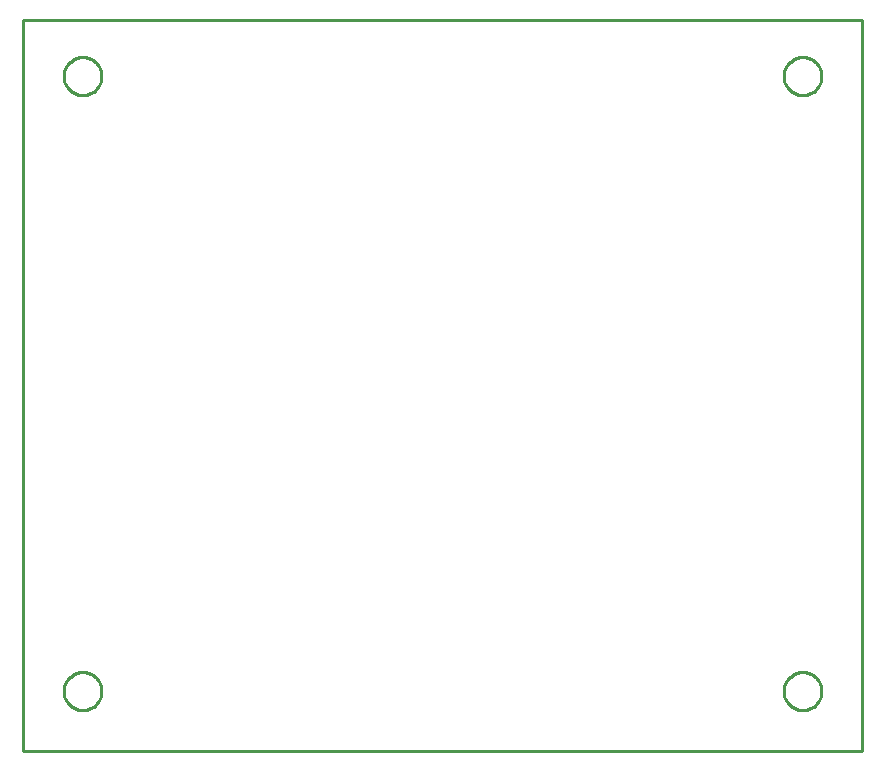
<source format=gbr>
G04 EAGLE Gerber RS-274X export*
G75*
%MOMM*%
%FSLAX34Y34*%
%LPD*%
%IN*%
%IPPOS*%
%AMOC8*
5,1,8,0,0,1.08239X$1,22.5*%
G01*
%ADD10C,0.254000*%


D10*
X-25400Y393700D02*
X685600Y393700D01*
X685600Y1012700D01*
X-25400Y1012700D01*
X-25400Y393700D01*
X41400Y443976D02*
X41332Y442931D01*
X41195Y441892D01*
X40990Y440865D01*
X40719Y439853D01*
X40383Y438861D01*
X39982Y437893D01*
X39518Y436954D01*
X38995Y436046D01*
X38413Y435175D01*
X37775Y434344D01*
X37084Y433557D01*
X36343Y432816D01*
X35556Y432125D01*
X34725Y431488D01*
X33854Y430906D01*
X32946Y430382D01*
X32007Y429918D01*
X31039Y429517D01*
X30047Y429181D01*
X29035Y428910D01*
X28008Y428705D01*
X26969Y428569D01*
X25924Y428500D01*
X24876Y428500D01*
X23831Y428569D01*
X22792Y428705D01*
X21765Y428910D01*
X20753Y429181D01*
X19761Y429517D01*
X18793Y429918D01*
X17854Y430382D01*
X16946Y430906D01*
X16075Y431488D01*
X15244Y432125D01*
X14457Y432816D01*
X13716Y433557D01*
X13025Y434344D01*
X12388Y435175D01*
X11806Y436046D01*
X11282Y436954D01*
X10818Y437893D01*
X10417Y438861D01*
X10081Y439853D01*
X9810Y440865D01*
X9605Y441892D01*
X9469Y442931D01*
X9400Y443976D01*
X9400Y445024D01*
X9469Y446069D01*
X9605Y447108D01*
X9810Y448135D01*
X10081Y449147D01*
X10417Y450139D01*
X10818Y451107D01*
X11282Y452046D01*
X11806Y452954D01*
X12388Y453825D01*
X13025Y454656D01*
X13716Y455443D01*
X14457Y456184D01*
X15244Y456875D01*
X16075Y457513D01*
X16946Y458095D01*
X17854Y458618D01*
X18793Y459082D01*
X19761Y459483D01*
X20753Y459819D01*
X21765Y460090D01*
X22792Y460295D01*
X23831Y460432D01*
X24876Y460500D01*
X25924Y460500D01*
X26969Y460432D01*
X28008Y460295D01*
X29035Y460090D01*
X30047Y459819D01*
X31039Y459483D01*
X32007Y459082D01*
X32946Y458618D01*
X33854Y458095D01*
X34725Y457513D01*
X35556Y456875D01*
X36343Y456184D01*
X37084Y455443D01*
X37775Y454656D01*
X38413Y453825D01*
X38995Y452954D01*
X39518Y452046D01*
X39982Y451107D01*
X40383Y450139D01*
X40719Y449147D01*
X40990Y448135D01*
X41195Y447108D01*
X41332Y446069D01*
X41400Y445024D01*
X41400Y443976D01*
X651000Y964676D02*
X650932Y963631D01*
X650795Y962592D01*
X650590Y961565D01*
X650319Y960553D01*
X649983Y959561D01*
X649582Y958593D01*
X649118Y957654D01*
X648595Y956746D01*
X648013Y955875D01*
X647375Y955044D01*
X646684Y954257D01*
X645943Y953516D01*
X645156Y952825D01*
X644325Y952188D01*
X643454Y951606D01*
X642546Y951082D01*
X641607Y950618D01*
X640639Y950217D01*
X639647Y949881D01*
X638635Y949610D01*
X637608Y949405D01*
X636569Y949269D01*
X635524Y949200D01*
X634476Y949200D01*
X633431Y949269D01*
X632392Y949405D01*
X631365Y949610D01*
X630353Y949881D01*
X629361Y950217D01*
X628393Y950618D01*
X627454Y951082D01*
X626546Y951606D01*
X625675Y952188D01*
X624844Y952825D01*
X624057Y953516D01*
X623316Y954257D01*
X622625Y955044D01*
X621988Y955875D01*
X621406Y956746D01*
X620882Y957654D01*
X620418Y958593D01*
X620017Y959561D01*
X619681Y960553D01*
X619410Y961565D01*
X619205Y962592D01*
X619069Y963631D01*
X619000Y964676D01*
X619000Y965724D01*
X619069Y966769D01*
X619205Y967808D01*
X619410Y968835D01*
X619681Y969847D01*
X620017Y970839D01*
X620418Y971807D01*
X620882Y972746D01*
X621406Y973654D01*
X621988Y974525D01*
X622625Y975356D01*
X623316Y976143D01*
X624057Y976884D01*
X624844Y977575D01*
X625675Y978213D01*
X626546Y978795D01*
X627454Y979318D01*
X628393Y979782D01*
X629361Y980183D01*
X630353Y980519D01*
X631365Y980790D01*
X632392Y980995D01*
X633431Y981132D01*
X634476Y981200D01*
X635524Y981200D01*
X636569Y981132D01*
X637608Y980995D01*
X638635Y980790D01*
X639647Y980519D01*
X640639Y980183D01*
X641607Y979782D01*
X642546Y979318D01*
X643454Y978795D01*
X644325Y978213D01*
X645156Y977575D01*
X645943Y976884D01*
X646684Y976143D01*
X647375Y975356D01*
X648013Y974525D01*
X648595Y973654D01*
X649118Y972746D01*
X649582Y971807D01*
X649983Y970839D01*
X650319Y969847D01*
X650590Y968835D01*
X650795Y967808D01*
X650932Y966769D01*
X651000Y965724D01*
X651000Y964676D01*
X651000Y443976D02*
X650932Y442931D01*
X650795Y441892D01*
X650590Y440865D01*
X650319Y439853D01*
X649983Y438861D01*
X649582Y437893D01*
X649118Y436954D01*
X648595Y436046D01*
X648013Y435175D01*
X647375Y434344D01*
X646684Y433557D01*
X645943Y432816D01*
X645156Y432125D01*
X644325Y431488D01*
X643454Y430906D01*
X642546Y430382D01*
X641607Y429918D01*
X640639Y429517D01*
X639647Y429181D01*
X638635Y428910D01*
X637608Y428705D01*
X636569Y428569D01*
X635524Y428500D01*
X634476Y428500D01*
X633431Y428569D01*
X632392Y428705D01*
X631365Y428910D01*
X630353Y429181D01*
X629361Y429517D01*
X628393Y429918D01*
X627454Y430382D01*
X626546Y430906D01*
X625675Y431488D01*
X624844Y432125D01*
X624057Y432816D01*
X623316Y433557D01*
X622625Y434344D01*
X621988Y435175D01*
X621406Y436046D01*
X620882Y436954D01*
X620418Y437893D01*
X620017Y438861D01*
X619681Y439853D01*
X619410Y440865D01*
X619205Y441892D01*
X619069Y442931D01*
X619000Y443976D01*
X619000Y445024D01*
X619069Y446069D01*
X619205Y447108D01*
X619410Y448135D01*
X619681Y449147D01*
X620017Y450139D01*
X620418Y451107D01*
X620882Y452046D01*
X621406Y452954D01*
X621988Y453825D01*
X622625Y454656D01*
X623316Y455443D01*
X624057Y456184D01*
X624844Y456875D01*
X625675Y457513D01*
X626546Y458095D01*
X627454Y458618D01*
X628393Y459082D01*
X629361Y459483D01*
X630353Y459819D01*
X631365Y460090D01*
X632392Y460295D01*
X633431Y460432D01*
X634476Y460500D01*
X635524Y460500D01*
X636569Y460432D01*
X637608Y460295D01*
X638635Y460090D01*
X639647Y459819D01*
X640639Y459483D01*
X641607Y459082D01*
X642546Y458618D01*
X643454Y458095D01*
X644325Y457513D01*
X645156Y456875D01*
X645943Y456184D01*
X646684Y455443D01*
X647375Y454656D01*
X648013Y453825D01*
X648595Y452954D01*
X649118Y452046D01*
X649582Y451107D01*
X649983Y450139D01*
X650319Y449147D01*
X650590Y448135D01*
X650795Y447108D01*
X650932Y446069D01*
X651000Y445024D01*
X651000Y443976D01*
X41400Y964676D02*
X41332Y963631D01*
X41195Y962592D01*
X40990Y961565D01*
X40719Y960553D01*
X40383Y959561D01*
X39982Y958593D01*
X39518Y957654D01*
X38995Y956746D01*
X38413Y955875D01*
X37775Y955044D01*
X37084Y954257D01*
X36343Y953516D01*
X35556Y952825D01*
X34725Y952188D01*
X33854Y951606D01*
X32946Y951082D01*
X32007Y950618D01*
X31039Y950217D01*
X30047Y949881D01*
X29035Y949610D01*
X28008Y949405D01*
X26969Y949269D01*
X25924Y949200D01*
X24876Y949200D01*
X23831Y949269D01*
X22792Y949405D01*
X21765Y949610D01*
X20753Y949881D01*
X19761Y950217D01*
X18793Y950618D01*
X17854Y951082D01*
X16946Y951606D01*
X16075Y952188D01*
X15244Y952825D01*
X14457Y953516D01*
X13716Y954257D01*
X13025Y955044D01*
X12388Y955875D01*
X11806Y956746D01*
X11282Y957654D01*
X10818Y958593D01*
X10417Y959561D01*
X10081Y960553D01*
X9810Y961565D01*
X9605Y962592D01*
X9469Y963631D01*
X9400Y964676D01*
X9400Y965724D01*
X9469Y966769D01*
X9605Y967808D01*
X9810Y968835D01*
X10081Y969847D01*
X10417Y970839D01*
X10818Y971807D01*
X11282Y972746D01*
X11806Y973654D01*
X12388Y974525D01*
X13025Y975356D01*
X13716Y976143D01*
X14457Y976884D01*
X15244Y977575D01*
X16075Y978213D01*
X16946Y978795D01*
X17854Y979318D01*
X18793Y979782D01*
X19761Y980183D01*
X20753Y980519D01*
X21765Y980790D01*
X22792Y980995D01*
X23831Y981132D01*
X24876Y981200D01*
X25924Y981200D01*
X26969Y981132D01*
X28008Y980995D01*
X29035Y980790D01*
X30047Y980519D01*
X31039Y980183D01*
X32007Y979782D01*
X32946Y979318D01*
X33854Y978795D01*
X34725Y978213D01*
X35556Y977575D01*
X36343Y976884D01*
X37084Y976143D01*
X37775Y975356D01*
X38413Y974525D01*
X38995Y973654D01*
X39518Y972746D01*
X39982Y971807D01*
X40383Y970839D01*
X40719Y969847D01*
X40990Y968835D01*
X41195Y967808D01*
X41332Y966769D01*
X41400Y965724D01*
X41400Y964676D01*
M02*

</source>
